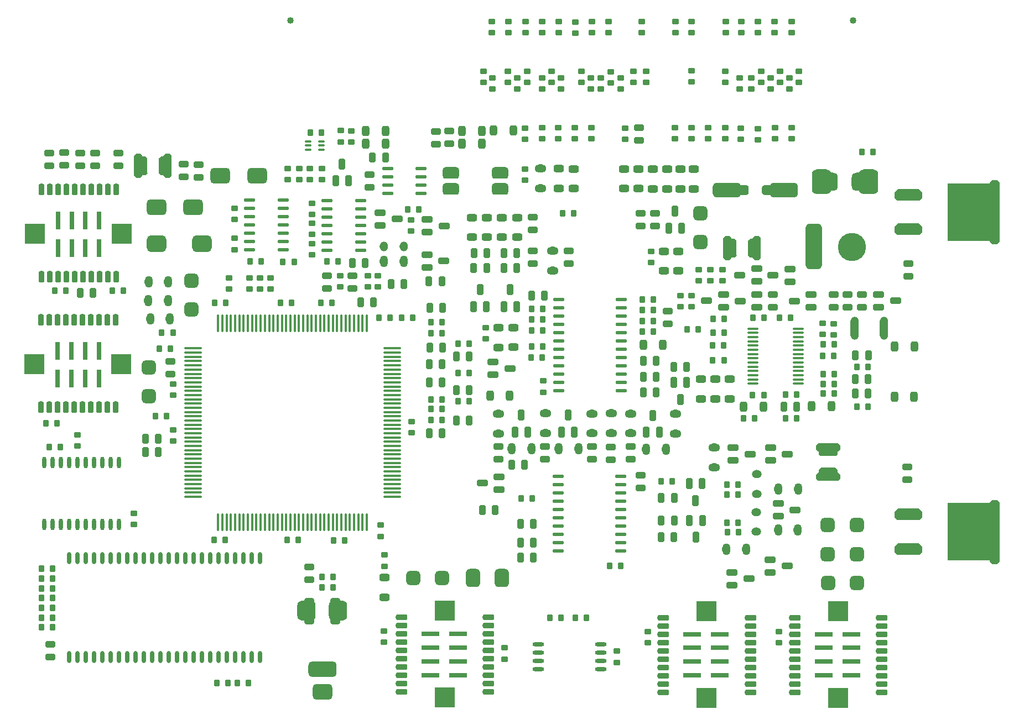
<source format=gtp>
%FSLAX25Y25*%
%MOIN*%
G70*
G01*
G75*
G04 Layer_Color=8421504*
%ADD10C,0.00800*%
%ADD11O,0.11000X0.01400*%
%ADD12O,0.01400X0.11000*%
%ADD13O,0.02500X0.07300*%
%ADD14O,0.02500X0.07000*%
%ADD15O,0.07000X0.02300*%
%ADD16O,0.04500X0.01200*%
%ADD17O,0.07000X0.02500*%
G04:AMPARAMS|DCode=18|XSize=70mil|YSize=100mil|CornerRadius=17.5mil|HoleSize=0mil|Usage=FLASHONLY|Rotation=90.000|XOffset=0mil|YOffset=0mil|HoleType=Round|Shape=RoundedRectangle|*
%AMROUNDEDRECTD18*
21,1,0.07000,0.06500,0,0,90.0*
21,1,0.03500,0.10000,0,0,90.0*
1,1,0.03500,0.03250,0.01750*
1,1,0.03500,0.03250,-0.01750*
1,1,0.03500,-0.03250,-0.01750*
1,1,0.03500,-0.03250,0.01750*
%
%ADD18ROUNDEDRECTD18*%
%ADD19O,0.07000X0.01400*%
%ADD20R,0.28000X0.35000*%
G04:AMPARAMS|DCode=21|XSize=70mil|YSize=165mil|CornerRadius=0mil|HoleSize=0mil|Usage=FLASHONLY|Rotation=90.000|XOffset=0mil|YOffset=0mil|HoleType=Round|Shape=Octagon|*
%AMOCTAGOND21*
4,1,8,-0.08250,-0.01750,-0.08250,0.01750,-0.06500,0.03500,0.06500,0.03500,0.08250,0.01750,0.08250,-0.01750,0.06500,-0.03500,-0.06500,-0.03500,-0.08250,-0.01750,0.0*
%
%ADD21OCTAGOND21*%

G04:AMPARAMS|DCode=22|XSize=60mil|YSize=385mil|CornerRadius=0mil|HoleSize=0mil|Usage=FLASHONLY|Rotation=180.000|XOffset=0mil|YOffset=0mil|HoleType=Round|Shape=Octagon|*
%AMOCTAGOND22*
4,1,8,0.01500,-0.19250,-0.01500,-0.19250,-0.03000,-0.17750,-0.03000,0.17750,-0.01500,0.19250,0.01500,0.19250,0.03000,0.17750,0.03000,-0.17750,0.01500,-0.19250,0.0*
%
%ADD22OCTAGOND22*%

G04:AMPARAMS|DCode=23|XSize=100mil|YSize=275mil|CornerRadius=25mil|HoleSize=0mil|Usage=FLASHONLY|Rotation=0.000|XOffset=0mil|YOffset=0mil|HoleType=Round|Shape=RoundedRectangle|*
%AMROUNDEDRECTD23*
21,1,0.10000,0.22500,0,0,0.0*
21,1,0.05000,0.27500,0,0,0.0*
1,1,0.05000,0.02500,-0.11250*
1,1,0.05000,-0.02500,-0.11250*
1,1,0.05000,-0.02500,0.11250*
1,1,0.05000,0.02500,0.11250*
%
%ADD23ROUNDEDRECTD23*%
%ADD24C,0.17000*%
G04:AMPARAMS|DCode=25|XSize=150mil|YSize=115mil|CornerRadius=28.75mil|HoleSize=0mil|Usage=FLASHONLY|Rotation=270.000|XOffset=0mil|YOffset=0mil|HoleType=Round|Shape=RoundedRectangle|*
%AMROUNDEDRECTD25*
21,1,0.15000,0.05750,0,0,270.0*
21,1,0.09250,0.11500,0,0,270.0*
1,1,0.05750,-0.02875,-0.04625*
1,1,0.05750,-0.02875,0.04625*
1,1,0.05750,0.02875,0.04625*
1,1,0.05750,0.02875,-0.04625*
%
%ADD25ROUNDEDRECTD25*%
G04:AMPARAMS|DCode=26|XSize=150mil|YSize=110mil|CornerRadius=27.5mil|HoleSize=0mil|Usage=FLASHONLY|Rotation=0.000|XOffset=0mil|YOffset=0mil|HoleType=Round|Shape=RoundedRectangle|*
%AMROUNDEDRECTD26*
21,1,0.15000,0.05500,0,0,0.0*
21,1,0.09500,0.11000,0,0,0.0*
1,1,0.05500,0.04750,-0.02750*
1,1,0.05500,-0.04750,-0.02750*
1,1,0.05500,-0.04750,0.02750*
1,1,0.05500,0.04750,0.02750*
%
%ADD26ROUNDEDRECTD26*%
G04:AMPARAMS|DCode=27|XSize=170mil|YSize=88mil|CornerRadius=22mil|HoleSize=0mil|Usage=FLASHONLY|Rotation=180.000|XOffset=0mil|YOffset=0mil|HoleType=Round|Shape=RoundedRectangle|*
%AMROUNDEDRECTD27*
21,1,0.17000,0.04400,0,0,180.0*
21,1,0.12600,0.08800,0,0,180.0*
1,1,0.04400,-0.06300,0.02200*
1,1,0.04400,0.06300,0.02200*
1,1,0.04400,0.06300,-0.02200*
1,1,0.04400,-0.06300,-0.02200*
%
%ADD27ROUNDEDRECTD27*%
G04:AMPARAMS|DCode=28|XSize=60mil|YSize=90mil|CornerRadius=15mil|HoleSize=0mil|Usage=FLASHONLY|Rotation=270.000|XOffset=0mil|YOffset=0mil|HoleType=Round|Shape=RoundedRectangle|*
%AMROUNDEDRECTD28*
21,1,0.06000,0.06000,0,0,270.0*
21,1,0.03000,0.09000,0,0,270.0*
1,1,0.03000,-0.03000,-0.01500*
1,1,0.03000,-0.03000,0.01500*
1,1,0.03000,0.03000,0.01500*
1,1,0.03000,0.03000,-0.01500*
%
%ADD28ROUNDEDRECTD28*%
G04:AMPARAMS|DCode=29|XSize=40mil|YSize=65mil|CornerRadius=10mil|HoleSize=0mil|Usage=FLASHONLY|Rotation=90.000|XOffset=0mil|YOffset=0mil|HoleType=Round|Shape=RoundedRectangle|*
%AMROUNDEDRECTD29*
21,1,0.04000,0.04500,0,0,90.0*
21,1,0.02000,0.06500,0,0,90.0*
1,1,0.02000,0.02250,0.01000*
1,1,0.02000,0.02250,-0.01000*
1,1,0.02000,-0.02250,-0.01000*
1,1,0.02000,-0.02250,0.01000*
%
%ADD29ROUNDEDRECTD29*%
G04:AMPARAMS|DCode=30|XSize=85mil|YSize=85mil|CornerRadius=21.25mil|HoleSize=0mil|Usage=FLASHONLY|Rotation=0.000|XOffset=0mil|YOffset=0mil|HoleType=Round|Shape=RoundedRectangle|*
%AMROUNDEDRECTD30*
21,1,0.08500,0.04250,0,0,0.0*
21,1,0.04250,0.08500,0,0,0.0*
1,1,0.04250,0.02125,-0.02125*
1,1,0.04250,-0.02125,-0.02125*
1,1,0.04250,-0.02125,0.02125*
1,1,0.04250,0.02125,0.02125*
%
%ADD30ROUNDEDRECTD30*%
G04:AMPARAMS|DCode=31|XSize=145mil|YSize=50mil|CornerRadius=0mil|HoleSize=0mil|Usage=FLASHONLY|Rotation=180.000|XOffset=0mil|YOffset=0mil|HoleType=Round|Shape=Octagon|*
%AMOCTAGOND31*
4,1,8,-0.07250,0.01250,-0.07250,-0.01250,-0.06000,-0.02500,0.06000,-0.02500,0.07250,-0.01250,0.07250,0.01250,0.06000,0.02500,-0.06000,0.02500,-0.07250,0.01250,0.0*
%
%ADD31OCTAGOND31*%

G04:AMPARAMS|DCode=32|XSize=115mil|YSize=50mil|CornerRadius=0mil|HoleSize=0mil|Usage=FLASHONLY|Rotation=180.000|XOffset=0mil|YOffset=0mil|HoleType=Round|Shape=Octagon|*
%AMOCTAGOND32*
4,1,8,-0.05750,0.01250,-0.05750,-0.01250,-0.04500,-0.02500,0.04500,-0.02500,0.05750,-0.01250,0.05750,0.01250,0.04500,0.02500,-0.04500,0.02500,-0.05750,0.01250,0.0*
%
%ADD32OCTAGOND32*%

%ADD33O,0.06000X0.05000*%
%ADD34O,0.05000X0.07000*%
%ADD35O,0.07000X0.05000*%
G04:AMPARAMS|DCode=36|XSize=145mil|YSize=50mil|CornerRadius=0mil|HoleSize=0mil|Usage=FLASHONLY|Rotation=270.000|XOffset=0mil|YOffset=0mil|HoleType=Round|Shape=Octagon|*
%AMOCTAGOND36*
4,1,8,-0.01250,-0.07250,0.01250,-0.07250,0.02500,-0.06000,0.02500,0.06000,0.01250,0.07250,-0.01250,0.07250,-0.02500,0.06000,-0.02500,-0.06000,-0.01250,-0.07250,0.0*
%
%ADD36OCTAGOND36*%

G04:AMPARAMS|DCode=37|XSize=115mil|YSize=50mil|CornerRadius=0mil|HoleSize=0mil|Usage=FLASHONLY|Rotation=270.000|XOffset=0mil|YOffset=0mil|HoleType=Round|Shape=Octagon|*
%AMOCTAGOND37*
4,1,8,-0.01250,-0.05750,0.01250,-0.05750,0.02500,-0.04500,0.02500,0.04500,0.01250,0.05750,-0.01250,0.05750,-0.02500,0.04500,-0.02500,-0.04500,-0.01250,-0.05750,0.0*
%
%ADD37OCTAGOND37*%

%ADD38O,0.05000X0.14000*%
G04:AMPARAMS|DCode=39|XSize=110mil|YSize=85mil|CornerRadius=21.25mil|HoleSize=0mil|Usage=FLASHONLY|Rotation=90.000|XOffset=0mil|YOffset=0mil|HoleType=Round|Shape=RoundedRectangle|*
%AMROUNDEDRECTD39*
21,1,0.11000,0.04250,0,0,90.0*
21,1,0.06750,0.08500,0,0,90.0*
1,1,0.04250,0.02125,0.03375*
1,1,0.04250,0.02125,-0.03375*
1,1,0.04250,-0.02125,-0.03375*
1,1,0.04250,-0.02125,0.03375*
%
%ADD39ROUNDEDRECTD39*%
G04:AMPARAMS|DCode=40|XSize=120mil|YSize=110mil|CornerRadius=27.5mil|HoleSize=0mil|Usage=FLASHONLY|Rotation=90.000|XOffset=0mil|YOffset=0mil|HoleType=Round|Shape=RoundedRectangle|*
%AMROUNDEDRECTD40*
21,1,0.12000,0.05500,0,0,90.0*
21,1,0.06500,0.11000,0,0,90.0*
1,1,0.05500,0.02750,0.03250*
1,1,0.05500,0.02750,-0.03250*
1,1,0.05500,-0.02750,-0.03250*
1,1,0.05500,-0.02750,0.03250*
%
%ADD40ROUNDEDRECTD40*%
G04:AMPARAMS|DCode=41|XSize=60mil|YSize=160mil|CornerRadius=15mil|HoleSize=0mil|Usage=FLASHONLY|Rotation=180.000|XOffset=0mil|YOffset=0mil|HoleType=Round|Shape=RoundedRectangle|*
%AMROUNDEDRECTD41*
21,1,0.06000,0.13000,0,0,180.0*
21,1,0.03000,0.16000,0,0,180.0*
1,1,0.03000,-0.01500,0.06500*
1,1,0.03000,0.01500,0.06500*
1,1,0.03000,0.01500,-0.06500*
1,1,0.03000,-0.01500,-0.06500*
%
%ADD41ROUNDEDRECTD41*%
G04:AMPARAMS|DCode=42|XSize=95mil|YSize=170mil|CornerRadius=23.75mil|HoleSize=0mil|Usage=FLASHONLY|Rotation=270.000|XOffset=0mil|YOffset=0mil|HoleType=Round|Shape=RoundedRectangle|*
%AMROUNDEDRECTD42*
21,1,0.09500,0.12250,0,0,270.0*
21,1,0.04750,0.17000,0,0,270.0*
1,1,0.04750,-0.06125,-0.02375*
1,1,0.04750,-0.06125,0.02375*
1,1,0.04750,0.06125,0.02375*
1,1,0.04750,0.06125,-0.02375*
%
%ADD42ROUNDEDRECTD42*%
G04:AMPARAMS|DCode=43|XSize=95mil|YSize=120mil|CornerRadius=23.75mil|HoleSize=0mil|Usage=FLASHONLY|Rotation=270.000|XOffset=0mil|YOffset=0mil|HoleType=Round|Shape=RoundedRectangle|*
%AMROUNDEDRECTD43*
21,1,0.09500,0.07250,0,0,270.0*
21,1,0.04750,0.12000,0,0,270.0*
1,1,0.04750,-0.03625,-0.02375*
1,1,0.04750,-0.03625,0.02375*
1,1,0.04750,0.03625,0.02375*
1,1,0.04750,0.03625,-0.02375*
%
%ADD43ROUNDEDRECTD43*%
G04:AMPARAMS|DCode=44|XSize=118mil|YSize=100mil|CornerRadius=25mil|HoleSize=0mil|Usage=FLASHONLY|Rotation=0.000|XOffset=0mil|YOffset=0mil|HoleType=Round|Shape=RoundedRectangle|*
%AMROUNDEDRECTD44*
21,1,0.11800,0.05000,0,0,0.0*
21,1,0.06800,0.10000,0,0,0.0*
1,1,0.05000,0.03400,-0.02500*
1,1,0.05000,-0.03400,-0.02500*
1,1,0.05000,-0.03400,0.02500*
1,1,0.05000,0.03400,0.02500*
%
%ADD44ROUNDEDRECTD44*%
G04:AMPARAMS|DCode=45|XSize=85mil|YSize=85mil|CornerRadius=21.25mil|HoleSize=0mil|Usage=FLASHONLY|Rotation=270.000|XOffset=0mil|YOffset=0mil|HoleType=Round|Shape=RoundedRectangle|*
%AMROUNDEDRECTD45*
21,1,0.08500,0.04250,0,0,270.0*
21,1,0.04250,0.08500,0,0,270.0*
1,1,0.04250,-0.02125,-0.02125*
1,1,0.04250,-0.02125,0.02125*
1,1,0.04250,0.02125,0.02125*
1,1,0.04250,0.02125,-0.02125*
%
%ADD45ROUNDEDRECTD45*%
G04:AMPARAMS|DCode=46|XSize=45mil|YSize=60mil|CornerRadius=11.25mil|HoleSize=0mil|Usage=FLASHONLY|Rotation=90.000|XOffset=0mil|YOffset=0mil|HoleType=Round|Shape=RoundedRectangle|*
%AMROUNDEDRECTD46*
21,1,0.04500,0.03750,0,0,90.0*
21,1,0.02250,0.06000,0,0,90.0*
1,1,0.02250,0.01875,0.01125*
1,1,0.02250,0.01875,-0.01125*
1,1,0.02250,-0.01875,-0.01125*
1,1,0.02250,-0.01875,0.01125*
%
%ADD46ROUNDEDRECTD46*%
G04:AMPARAMS|DCode=47|XSize=40mil|YSize=60mil|CornerRadius=10mil|HoleSize=0mil|Usage=FLASHONLY|Rotation=90.000|XOffset=0mil|YOffset=0mil|HoleType=Round|Shape=RoundedRectangle|*
%AMROUNDEDRECTD47*
21,1,0.04000,0.04000,0,0,90.0*
21,1,0.02000,0.06000,0,0,90.0*
1,1,0.02000,0.02000,0.01000*
1,1,0.02000,0.02000,-0.01000*
1,1,0.02000,-0.02000,-0.01000*
1,1,0.02000,-0.02000,0.01000*
%
%ADD47ROUNDEDRECTD47*%
G04:AMPARAMS|DCode=48|XSize=40mil|YSize=33mil|CornerRadius=8.25mil|HoleSize=0mil|Usage=FLASHONLY|Rotation=180.000|XOffset=0mil|YOffset=0mil|HoleType=Round|Shape=RoundedRectangle|*
%AMROUNDEDRECTD48*
21,1,0.04000,0.01650,0,0,180.0*
21,1,0.02350,0.03300,0,0,180.0*
1,1,0.01650,-0.01175,0.00825*
1,1,0.01650,0.01175,0.00825*
1,1,0.01650,0.01175,-0.00825*
1,1,0.01650,-0.01175,-0.00825*
%
%ADD48ROUNDEDRECTD48*%
G04:AMPARAMS|DCode=49|XSize=40mil|YSize=33mil|CornerRadius=8.25mil|HoleSize=0mil|Usage=FLASHONLY|Rotation=270.000|XOffset=0mil|YOffset=0mil|HoleType=Round|Shape=RoundedRectangle|*
%AMROUNDEDRECTD49*
21,1,0.04000,0.01650,0,0,270.0*
21,1,0.02350,0.03300,0,0,270.0*
1,1,0.01650,-0.00825,-0.01175*
1,1,0.01650,-0.00825,0.01175*
1,1,0.01650,0.00825,0.01175*
1,1,0.01650,0.00825,-0.01175*
%
%ADD49ROUNDEDRECTD49*%
G04:AMPARAMS|DCode=50|XSize=40mil|YSize=60mil|CornerRadius=10mil|HoleSize=0mil|Usage=FLASHONLY|Rotation=180.000|XOffset=0mil|YOffset=0mil|HoleType=Round|Shape=RoundedRectangle|*
%AMROUNDEDRECTD50*
21,1,0.04000,0.04000,0,0,180.0*
21,1,0.02000,0.06000,0,0,180.0*
1,1,0.02000,-0.01000,0.02000*
1,1,0.02000,0.01000,0.02000*
1,1,0.02000,0.01000,-0.02000*
1,1,0.02000,-0.01000,-0.02000*
%
%ADD50ROUNDEDRECTD50*%
%ADD51O,0.05000X0.06000*%
G04:AMPARAMS|DCode=52|XSize=40mil|YSize=65mil|CornerRadius=10mil|HoleSize=0mil|Usage=FLASHONLY|Rotation=180.000|XOffset=0mil|YOffset=0mil|HoleType=Round|Shape=RoundedRectangle|*
%AMROUNDEDRECTD52*
21,1,0.04000,0.04500,0,0,180.0*
21,1,0.02000,0.06500,0,0,180.0*
1,1,0.02000,-0.01000,0.02250*
1,1,0.02000,0.01000,0.02250*
1,1,0.02000,0.01000,-0.02250*
1,1,0.02000,-0.01000,-0.02250*
%
%ADD52ROUNDEDRECTD52*%
G04:AMPARAMS|DCode=53|XSize=32mil|YSize=70mil|CornerRadius=8mil|HoleSize=0mil|Usage=FLASHONLY|Rotation=180.000|XOffset=0mil|YOffset=0mil|HoleType=Round|Shape=RoundedRectangle|*
%AMROUNDEDRECTD53*
21,1,0.03200,0.05400,0,0,180.0*
21,1,0.01600,0.07000,0,0,180.0*
1,1,0.01600,-0.00800,0.02700*
1,1,0.01600,0.00800,0.02700*
1,1,0.01600,0.00800,-0.02700*
1,1,0.01600,-0.00800,-0.02700*
%
%ADD53ROUNDEDRECTD53*%
%ADD54R,0.12000X0.12000*%
%ADD55R,0.02500X0.11000*%
G04:AMPARAMS|DCode=56|XSize=32mil|YSize=70mil|CornerRadius=8mil|HoleSize=0mil|Usage=FLASHONLY|Rotation=90.000|XOffset=0mil|YOffset=0mil|HoleType=Round|Shape=RoundedRectangle|*
%AMROUNDEDRECTD56*
21,1,0.03200,0.05400,0,0,90.0*
21,1,0.01600,0.07000,0,0,90.0*
1,1,0.01600,0.02700,0.00800*
1,1,0.01600,0.02700,-0.00800*
1,1,0.01600,-0.02700,-0.00800*
1,1,0.01600,-0.02700,0.00800*
%
%ADD56ROUNDEDRECTD56*%
%ADD57R,0.12000X0.12000*%
%ADD58R,0.11000X0.02500*%
G04:AMPARAMS|DCode=59|XSize=45mil|YSize=60mil|CornerRadius=11.25mil|HoleSize=0mil|Usage=FLASHONLY|Rotation=180.000|XOffset=0mil|YOffset=0mil|HoleType=Round|Shape=RoundedRectangle|*
%AMROUNDEDRECTD59*
21,1,0.04500,0.03750,0,0,180.0*
21,1,0.02250,0.06000,0,0,180.0*
1,1,0.02250,-0.01125,0.01875*
1,1,0.02250,0.01125,0.01875*
1,1,0.02250,0.01125,-0.01875*
1,1,0.02250,-0.01125,-0.01875*
%
%ADD59ROUNDEDRECTD59*%
%ADD60C,0.04000*%
%ADD61C,0.00600*%
%ADD62C,0.01500*%
%ADD63C,0.01000*%
%ADD64C,0.03000*%
%ADD65C,0.03500*%
%ADD66C,0.01200*%
%ADD67C,0.01800*%
%ADD68C,0.02500*%
%ADD69C,0.02000*%
%ADD70C,0.04000*%
%ADD71R,0.10117X0.01478*%
%ADD72R,0.02833X0.14583*%
%ADD73R,0.08417X0.01750*%
%ADD74R,0.02958X0.12250*%
%ADD75R,0.06616X0.02983*%
%ADD76R,0.12250X0.02917*%
%ADD77R,0.20333X0.02917*%
%ADD78R,0.03000X0.18083*%
%ADD79R,0.12692X0.03483*%
%ADD80R,0.26983X0.29695*%
%ADD81R,0.19583X0.23917*%
%ADD82R,0.30500X0.29417*%
%ADD83R,0.23150X0.21600*%
%ADD84R,0.07259X0.15505*%
%ADD85R,0.15158X0.14500*%
%ADD86R,0.38667X0.24333*%
%ADD87R,0.72667X0.30671*%
%ADD88R,0.63500X0.25167*%
%ADD89R,0.24500X0.51667*%
%ADD90R,0.16167X0.11667*%
%ADD91R,0.66167X0.20500*%
%ADD92R,0.15833X4.09667*%
%ADD93R,0.18167X0.69000*%
%ADD94R,0.31833X0.11667*%
%ADD95R,5.41000X0.15167*%
%ADD96R,0.16667X0.18667*%
%ADD97R,0.17442X4.02738*%
%ADD98R,0.65000X0.04667*%
%ADD99R,5.49167X0.05667*%
%ADD100R,0.34500X0.15333*%
%ADD101R,0.13667X0.86667*%
%ADD102R,0.37667X0.14333*%
%ADD103R,0.33250X0.02167*%
%ADD104R,0.05333X0.28500*%
%ADD105R,0.12500X0.10000*%
%ADD106R,0.11100X0.12000*%
%ADD107R,0.25667X0.57667*%
%ADD108R,0.06333X0.57000*%
%ADD109R,0.03667X0.31500*%
%ADD110R,0.26500X0.52167*%
%ADD111R,0.08833X0.19667*%
%ADD112R,0.48917X0.25000*%
%ADD113R,0.12250X0.05667*%
%ADD114R,0.07083X0.03333*%
%ADD115R,0.02667X0.13405*%
%ADD116C,0.06000*%
%ADD117C,0.09500*%
%ADD118C,0.09500*%
%ADD119C,0.08000*%
%ADD120R,0.03354X0.02125*%
%ADD121R,0.03208X0.02813*%
%ADD122C,0.06500*%
%ADD123R,0.40583X0.25417*%
%ADD124R,0.16914X0.04080*%
D11*
X133249Y158796D02*
D03*
Y161355D02*
D03*
Y163914D02*
D03*
Y166473D02*
D03*
Y169033D02*
D03*
Y171592D02*
D03*
Y174151D02*
D03*
Y176710D02*
D03*
Y179269D02*
D03*
Y181828D02*
D03*
Y184387D02*
D03*
Y186946D02*
D03*
Y189505D02*
D03*
Y192064D02*
D03*
Y194623D02*
D03*
Y197182D02*
D03*
Y199741D02*
D03*
Y202300D02*
D03*
Y204859D02*
D03*
Y207418D02*
D03*
Y209977D02*
D03*
Y212536D02*
D03*
Y215095D02*
D03*
Y217654D02*
D03*
Y220214D02*
D03*
Y222773D02*
D03*
Y225332D02*
D03*
Y227891D02*
D03*
Y230450D02*
D03*
Y233009D02*
D03*
Y235568D02*
D03*
Y238127D02*
D03*
Y240686D02*
D03*
Y243245D02*
D03*
Y245804D02*
D03*
Y248363D02*
D03*
X253249Y158796D02*
D03*
Y161355D02*
D03*
Y163914D02*
D03*
Y166473D02*
D03*
Y169033D02*
D03*
Y171592D02*
D03*
Y174151D02*
D03*
Y176710D02*
D03*
Y179269D02*
D03*
Y181828D02*
D03*
Y184387D02*
D03*
Y186946D02*
D03*
Y189505D02*
D03*
Y192064D02*
D03*
Y194623D02*
D03*
Y197182D02*
D03*
Y199741D02*
D03*
Y202300D02*
D03*
Y204859D02*
D03*
Y207418D02*
D03*
Y209977D02*
D03*
Y212536D02*
D03*
Y215095D02*
D03*
Y217654D02*
D03*
Y220214D02*
D03*
Y222773D02*
D03*
Y225332D02*
D03*
Y227891D02*
D03*
Y230450D02*
D03*
Y233009D02*
D03*
Y235568D02*
D03*
Y238127D02*
D03*
Y240686D02*
D03*
Y243245D02*
D03*
Y245804D02*
D03*
Y248363D02*
D03*
D12*
X238033Y263530D02*
D03*
X235474D02*
D03*
X232915D02*
D03*
X230356D02*
D03*
X227797D02*
D03*
X225238D02*
D03*
X222678D02*
D03*
X220120D02*
D03*
X217560D02*
D03*
X215001D02*
D03*
X212442D02*
D03*
X209883D02*
D03*
X207324D02*
D03*
X204765D02*
D03*
X202206D02*
D03*
X199647D02*
D03*
X197088D02*
D03*
X194529D02*
D03*
X191970D02*
D03*
X189411D02*
D03*
X186852D02*
D03*
X184293D02*
D03*
X181734D02*
D03*
X179175D02*
D03*
X176616D02*
D03*
X174057D02*
D03*
X171497D02*
D03*
X168939D02*
D03*
X166379D02*
D03*
X163820D02*
D03*
X161261D02*
D03*
X158702D02*
D03*
X156143D02*
D03*
X153584D02*
D03*
X151025D02*
D03*
X148466D02*
D03*
X238033Y143630D02*
D03*
X235474D02*
D03*
X232915D02*
D03*
X230356D02*
D03*
X227797D02*
D03*
X225238D02*
D03*
X222678D02*
D03*
X220120D02*
D03*
X217560D02*
D03*
X215001D02*
D03*
X212442D02*
D03*
X209883D02*
D03*
X207324D02*
D03*
X204765D02*
D03*
X202206D02*
D03*
X199647D02*
D03*
X197088D02*
D03*
X194529D02*
D03*
X191970D02*
D03*
X189411D02*
D03*
X186852D02*
D03*
X184293D02*
D03*
X181734D02*
D03*
X179175D02*
D03*
X176616D02*
D03*
X174057D02*
D03*
X171497D02*
D03*
X168939D02*
D03*
X166379D02*
D03*
X163820D02*
D03*
X161261D02*
D03*
X158702D02*
D03*
X156143D02*
D03*
X153584D02*
D03*
X151025D02*
D03*
X148466D02*
D03*
D13*
X58700Y122000D02*
D03*
X63700D02*
D03*
X68700D02*
D03*
X73700D02*
D03*
X78700D02*
D03*
X83700D02*
D03*
X88700D02*
D03*
X93700D02*
D03*
X98700D02*
D03*
X103700D02*
D03*
X108700D02*
D03*
X113700D02*
D03*
X118700D02*
D03*
X123700D02*
D03*
X128700D02*
D03*
X133700D02*
D03*
X138700D02*
D03*
X143700D02*
D03*
X148700D02*
D03*
X153700D02*
D03*
X158700D02*
D03*
X163700D02*
D03*
X168700D02*
D03*
X173700D02*
D03*
X58700Y62300D02*
D03*
X63700D02*
D03*
X68700D02*
D03*
X73700D02*
D03*
X78700D02*
D03*
X83700D02*
D03*
X88700D02*
D03*
X93700D02*
D03*
X98700D02*
D03*
X103700D02*
D03*
X108700D02*
D03*
X113700D02*
D03*
X118700D02*
D03*
X123700D02*
D03*
X128700D02*
D03*
X133700D02*
D03*
X138700D02*
D03*
X143700D02*
D03*
X148700D02*
D03*
X153700D02*
D03*
X158700D02*
D03*
X163700D02*
D03*
X168700D02*
D03*
X173700D02*
D03*
D14*
X43600Y179500D02*
D03*
X48600D02*
D03*
X53600D02*
D03*
X58600D02*
D03*
X63600D02*
D03*
X68600D02*
D03*
X73600D02*
D03*
X78600D02*
D03*
X83600D02*
D03*
X88600D02*
D03*
X43600Y142200D02*
D03*
X48600D02*
D03*
X53600D02*
D03*
X58600D02*
D03*
X63600D02*
D03*
X68600D02*
D03*
X73600D02*
D03*
X78600D02*
D03*
X83600D02*
D03*
X88600D02*
D03*
D15*
X250600Y341900D02*
D03*
Y346900D02*
D03*
Y351900D02*
D03*
Y356900D02*
D03*
X270600Y341900D02*
D03*
Y346900D02*
D03*
Y351900D02*
D03*
Y356900D02*
D03*
X234300Y307600D02*
D03*
Y312600D02*
D03*
Y317600D02*
D03*
Y322600D02*
D03*
Y327600D02*
D03*
Y332600D02*
D03*
Y337600D02*
D03*
X214100D02*
D03*
Y332600D02*
D03*
Y327600D02*
D03*
Y322600D02*
D03*
Y317600D02*
D03*
Y312600D02*
D03*
Y307600D02*
D03*
X167500Y307800D02*
D03*
Y312800D02*
D03*
Y317800D02*
D03*
Y322800D02*
D03*
Y327800D02*
D03*
Y332800D02*
D03*
Y337800D02*
D03*
X187700D02*
D03*
Y332800D02*
D03*
Y327800D02*
D03*
Y322800D02*
D03*
Y317800D02*
D03*
Y312800D02*
D03*
Y307800D02*
D03*
X390900Y171300D02*
D03*
Y166300D02*
D03*
Y161300D02*
D03*
Y156300D02*
D03*
Y151300D02*
D03*
Y146300D02*
D03*
Y141300D02*
D03*
Y136300D02*
D03*
Y131300D02*
D03*
Y126300D02*
D03*
X353400D02*
D03*
Y131300D02*
D03*
Y136300D02*
D03*
Y141300D02*
D03*
Y146300D02*
D03*
Y151300D02*
D03*
Y156300D02*
D03*
Y161300D02*
D03*
Y166300D02*
D03*
Y171300D02*
D03*
X353700Y267800D02*
D03*
Y262800D02*
D03*
Y257800D02*
D03*
Y252800D02*
D03*
Y247800D02*
D03*
Y242800D02*
D03*
Y237800D02*
D03*
Y232800D02*
D03*
Y227800D02*
D03*
Y222800D02*
D03*
X391200D02*
D03*
Y227800D02*
D03*
Y232800D02*
D03*
Y237800D02*
D03*
Y242800D02*
D03*
Y247800D02*
D03*
Y252800D02*
D03*
Y257800D02*
D03*
Y262800D02*
D03*
Y267800D02*
D03*
Y277800D02*
D03*
Y272800D02*
D03*
X353700Y277800D02*
D03*
Y272800D02*
D03*
D16*
X202700Y373300D02*
D03*
Y370750D02*
D03*
Y368200D02*
D03*
X210700D02*
D03*
Y370750D02*
D03*
Y373300D02*
D03*
D17*
X379000Y54800D02*
D03*
Y59833D02*
D03*
Y64867D02*
D03*
Y69900D02*
D03*
X341500D02*
D03*
Y64867D02*
D03*
Y59833D02*
D03*
Y54800D02*
D03*
D18*
X288800Y354300D02*
D03*
Y344400D02*
D03*
X318300D02*
D03*
Y354300D02*
D03*
D19*
X470700Y227032D02*
D03*
Y229591D02*
D03*
Y232151D02*
D03*
Y234710D02*
D03*
Y237269D02*
D03*
Y239828D02*
D03*
Y242387D02*
D03*
Y244946D02*
D03*
Y247505D02*
D03*
Y250064D02*
D03*
Y252623D02*
D03*
Y255182D02*
D03*
Y257741D02*
D03*
Y260300D02*
D03*
X498100Y227032D02*
D03*
Y229591D02*
D03*
Y232151D02*
D03*
Y234710D02*
D03*
Y237269D02*
D03*
Y239828D02*
D03*
Y242387D02*
D03*
Y244946D02*
D03*
Y247505D02*
D03*
Y250064D02*
D03*
Y252623D02*
D03*
Y255182D02*
D03*
Y257741D02*
D03*
Y260300D02*
D03*
D20*
X601900Y330600D02*
D03*
Y137700D02*
D03*
D21*
X564200Y320200D02*
D03*
Y341000D02*
D03*
Y148100D02*
D03*
Y127300D02*
D03*
D22*
X616400Y330500D02*
D03*
Y137600D02*
D03*
D23*
X507300Y309700D02*
D03*
D24*
X530300Y309600D02*
D03*
D25*
X512100Y348900D02*
D03*
X540200Y348800D02*
D03*
D26*
X514500D02*
D03*
X537800Y348900D02*
D03*
D27*
X489300Y343900D02*
D03*
X455100D02*
D03*
D28*
X480700D02*
D03*
X463700D02*
D03*
D29*
X458000Y113200D02*
D03*
Y105500D02*
D03*
X468200Y109350D02*
D03*
X469000Y184550D02*
D03*
X458800Y180700D02*
D03*
Y188400D02*
D03*
X274300Y304900D02*
D03*
Y297200D02*
D03*
X284500Y301050D02*
D03*
X485900Y154800D02*
D03*
Y147100D02*
D03*
X496100Y150950D02*
D03*
X481300Y188400D02*
D03*
Y180700D02*
D03*
X491500Y184550D02*
D03*
X505800Y273100D02*
D03*
Y280800D02*
D03*
X495600Y276950D02*
D03*
X274500Y326100D02*
D03*
Y318400D02*
D03*
X284700Y322250D02*
D03*
X246100Y330200D02*
D03*
Y322500D02*
D03*
X256300Y326350D02*
D03*
X453000Y273200D02*
D03*
Y280900D02*
D03*
X442800Y277050D02*
D03*
X473100Y273100D02*
D03*
Y280800D02*
D03*
X462900Y276950D02*
D03*
X546500Y280900D02*
D03*
Y273200D02*
D03*
X556700Y277050D02*
D03*
X481100Y120900D02*
D03*
Y113200D02*
D03*
X491300Y117050D02*
D03*
X317800Y163200D02*
D03*
Y170900D02*
D03*
X307600Y167050D02*
D03*
X493000Y288600D02*
D03*
Y296300D02*
D03*
X482800Y292450D02*
D03*
X473000Y288700D02*
D03*
Y296400D02*
D03*
X462800Y292550D02*
D03*
X314000Y240100D02*
D03*
Y232400D02*
D03*
X324200Y236250D02*
D03*
D30*
X533500Y106900D02*
D03*
X516000D02*
D03*
X515800Y124200D02*
D03*
X533300D02*
D03*
Y141800D02*
D03*
X515800D02*
D03*
X283400Y109800D02*
D03*
X265900D02*
D03*
D31*
X516000Y188500D02*
D03*
Y170900D02*
D03*
D32*
Y185700D02*
D03*
Y173700D02*
D03*
D33*
X472900Y160600D02*
D03*
Y172500D02*
D03*
X472600Y137700D02*
D03*
Y149600D02*
D03*
D34*
X498000Y163500D02*
D03*
X486100D02*
D03*
X485900Y138800D02*
D03*
X497800D02*
D03*
X466700Y127100D02*
D03*
X454800D02*
D03*
X248400Y300800D02*
D03*
X260300D02*
D03*
X106600Y288500D02*
D03*
X118500D02*
D03*
X106500Y277100D02*
D03*
X118400D02*
D03*
X107600Y266100D02*
D03*
X119500D02*
D03*
X337200Y187800D02*
D03*
X325300D02*
D03*
X365600D02*
D03*
X353700D02*
D03*
X406400Y187600D02*
D03*
X418300D02*
D03*
D35*
X447300Y176600D02*
D03*
Y188500D02*
D03*
X349900Y295300D02*
D03*
Y307200D02*
D03*
X317499Y196938D02*
D03*
Y208838D02*
D03*
X345700Y209200D02*
D03*
Y197300D02*
D03*
X373800Y209000D02*
D03*
Y197100D02*
D03*
X385200Y209100D02*
D03*
Y197200D02*
D03*
X397000Y209000D02*
D03*
Y197100D02*
D03*
X423900Y208900D02*
D03*
Y197000D02*
D03*
X342800Y344800D02*
D03*
Y356700D02*
D03*
D36*
X455500Y308800D02*
D03*
X473100D02*
D03*
X100400Y358600D02*
D03*
X118000D02*
D03*
D37*
X458300Y308800D02*
D03*
X470300D02*
D03*
X103200Y358600D02*
D03*
X115200D02*
D03*
D38*
X549600Y260600D02*
D03*
X532000D02*
D03*
D39*
X319300Y109800D02*
D03*
X301900D02*
D03*
D40*
X201600Y90100D02*
D03*
X220800D02*
D03*
D41*
X203300Y90000D02*
D03*
X219100D02*
D03*
D42*
X211200Y55000D02*
D03*
D43*
X211400Y41100D02*
D03*
X171900Y352600D02*
D03*
X149700D02*
D03*
X111300Y333500D02*
D03*
X133500D02*
D03*
D44*
X138600Y311500D02*
D03*
X111400D02*
D03*
D45*
X132300Y271700D02*
D03*
Y289200D02*
D03*
X106700Y237000D02*
D03*
Y219500D02*
D03*
X439000Y330000D02*
D03*
Y312500D02*
D03*
D46*
X434900Y356500D02*
D03*
Y344600D02*
D03*
X426900D02*
D03*
Y356500D02*
D03*
X419100D02*
D03*
Y344600D02*
D03*
X410400D02*
D03*
Y356500D02*
D03*
X401700Y356600D02*
D03*
Y344700D02*
D03*
X393000D02*
D03*
Y356600D02*
D03*
X362600D02*
D03*
Y344700D02*
D03*
X353700Y344800D02*
D03*
Y356700D02*
D03*
X425800Y295100D02*
D03*
Y307000D02*
D03*
X417100Y295100D02*
D03*
Y307000D02*
D03*
X317300Y260900D02*
D03*
Y249000D02*
D03*
X326500Y261000D02*
D03*
Y249100D02*
D03*
X328700Y327300D02*
D03*
Y315400D02*
D03*
X319500Y327300D02*
D03*
Y315400D02*
D03*
X310400Y327300D02*
D03*
Y315400D02*
D03*
X301300Y327300D02*
D03*
Y315400D02*
D03*
X456600Y218000D02*
D03*
Y229900D02*
D03*
X448000Y218000D02*
D03*
Y229900D02*
D03*
X439300Y217800D02*
D03*
Y229700D02*
D03*
X248600Y110200D02*
D03*
Y98300D02*
D03*
D47*
X136700Y351600D02*
D03*
Y359300D02*
D03*
X127800Y351700D02*
D03*
Y359400D02*
D03*
X88200Y358600D02*
D03*
Y366300D02*
D03*
X74500Y358500D02*
D03*
Y366200D02*
D03*
X65300Y358600D02*
D03*
Y366300D02*
D03*
X46700Y358600D02*
D03*
Y366300D02*
D03*
X55700Y358700D02*
D03*
Y366400D02*
D03*
X214000Y284600D02*
D03*
Y292300D02*
D03*
X229500Y284400D02*
D03*
Y292100D02*
D03*
X239600Y345500D02*
D03*
Y353200D02*
D03*
X279700Y379300D02*
D03*
Y371600D02*
D03*
X402100Y381400D02*
D03*
Y373700D02*
D03*
X47400Y62100D02*
D03*
Y69800D02*
D03*
X203200Y116500D02*
D03*
Y108800D02*
D03*
X563800Y169200D02*
D03*
Y176900D02*
D03*
X536300Y273100D02*
D03*
Y280800D02*
D03*
X519300Y273200D02*
D03*
Y280900D02*
D03*
X527700Y273200D02*
D03*
Y280900D02*
D03*
X564300Y291800D02*
D03*
Y299500D02*
D03*
X482700Y273200D02*
D03*
Y280900D02*
D03*
X403100Y322300D02*
D03*
Y330000D02*
D03*
X411700Y322100D02*
D03*
Y329800D02*
D03*
X359700Y299400D02*
D03*
Y307100D02*
D03*
X338000Y299500D02*
D03*
Y307200D02*
D03*
X337900Y319800D02*
D03*
Y327500D02*
D03*
X317500Y189100D02*
D03*
Y181400D02*
D03*
X345400Y181500D02*
D03*
Y189200D02*
D03*
X373600Y181500D02*
D03*
Y189200D02*
D03*
X385100Y181300D02*
D03*
Y189000D02*
D03*
X396900Y181500D02*
D03*
Y189200D02*
D03*
X403000Y164300D02*
D03*
Y172000D02*
D03*
X119700Y240500D02*
D03*
Y232800D02*
D03*
X419300Y270800D02*
D03*
Y263100D02*
D03*
X287600Y379500D02*
D03*
Y371800D02*
D03*
D48*
X211000Y357000D02*
D03*
Y350300D02*
D03*
X203800Y350200D02*
D03*
Y356900D02*
D03*
X197300D02*
D03*
Y350200D02*
D03*
X190500D02*
D03*
Y356900D02*
D03*
X222500Y379700D02*
D03*
Y373000D02*
D03*
X228800Y372900D02*
D03*
Y379600D02*
D03*
X155000Y284200D02*
D03*
Y290900D02*
D03*
X167500Y284200D02*
D03*
Y290900D02*
D03*
X173700Y284200D02*
D03*
Y290900D02*
D03*
X180100Y284200D02*
D03*
Y290900D02*
D03*
X221900Y285500D02*
D03*
Y292200D02*
D03*
X238800Y285400D02*
D03*
Y292100D02*
D03*
X244700Y285500D02*
D03*
Y292200D02*
D03*
X121400Y220300D02*
D03*
Y227000D02*
D03*
X121200Y199100D02*
D03*
Y192400D02*
D03*
X97700Y148900D02*
D03*
Y142200D02*
D03*
X246400Y135000D02*
D03*
Y141700D02*
D03*
X248600Y117000D02*
D03*
Y123700D02*
D03*
X264700Y326000D02*
D03*
Y319300D02*
D03*
X353300Y381500D02*
D03*
Y374800D02*
D03*
X333300Y381300D02*
D03*
Y374600D02*
D03*
X343600Y381400D02*
D03*
Y374700D02*
D03*
X363300Y381400D02*
D03*
Y374700D02*
D03*
X373200Y381500D02*
D03*
Y374800D02*
D03*
X393600Y381300D02*
D03*
Y374600D02*
D03*
X423800Y381500D02*
D03*
Y374800D02*
D03*
X433814Y381500D02*
D03*
Y374800D02*
D03*
X443829Y381500D02*
D03*
Y374800D02*
D03*
X453843Y381500D02*
D03*
Y374800D02*
D03*
X463500Y381200D02*
D03*
Y374500D02*
D03*
X473700Y380900D02*
D03*
Y374200D02*
D03*
X483886Y381500D02*
D03*
Y374800D02*
D03*
X493900Y381400D02*
D03*
Y374700D02*
D03*
X498500Y408800D02*
D03*
Y415500D02*
D03*
X492800Y404800D02*
D03*
Y411500D02*
D03*
X487100Y408700D02*
D03*
Y415400D02*
D03*
X481500Y404900D02*
D03*
Y411600D02*
D03*
X475600Y408700D02*
D03*
Y415400D02*
D03*
X469700Y404900D02*
D03*
Y411600D02*
D03*
X462700Y404900D02*
D03*
Y411600D02*
D03*
X453900Y408800D02*
D03*
Y415500D02*
D03*
X433700Y409100D02*
D03*
Y415800D02*
D03*
X406300Y408800D02*
D03*
Y415500D02*
D03*
X398700Y408700D02*
D03*
Y415400D02*
D03*
X391100Y404900D02*
D03*
Y411600D02*
D03*
X384900Y408600D02*
D03*
Y415300D02*
D03*
X378900Y404800D02*
D03*
Y411500D02*
D03*
X373100Y404900D02*
D03*
Y411600D02*
D03*
X367249Y408838D02*
D03*
Y415538D02*
D03*
X355100Y404900D02*
D03*
Y411600D02*
D03*
X349300Y408900D02*
D03*
Y415600D02*
D03*
X343600Y404800D02*
D03*
Y411500D02*
D03*
X334600Y408800D02*
D03*
Y415500D02*
D03*
X328800Y404800D02*
D03*
Y411500D02*
D03*
X323100Y408700D02*
D03*
Y415400D02*
D03*
X313800Y404900D02*
D03*
Y411600D02*
D03*
X308200Y408800D02*
D03*
Y415500D02*
D03*
X313300Y438700D02*
D03*
Y445400D02*
D03*
X323400Y438700D02*
D03*
Y445400D02*
D03*
X333700Y438700D02*
D03*
Y445400D02*
D03*
X343700Y438700D02*
D03*
Y445400D02*
D03*
X353800Y438700D02*
D03*
Y445400D02*
D03*
X363700Y438600D02*
D03*
Y445300D02*
D03*
X373700Y438700D02*
D03*
Y445400D02*
D03*
X383700Y438700D02*
D03*
Y445400D02*
D03*
X403700Y438700D02*
D03*
Y445400D02*
D03*
X423900Y438700D02*
D03*
Y445400D02*
D03*
X433700Y438700D02*
D03*
Y445400D02*
D03*
X454200Y438700D02*
D03*
Y445400D02*
D03*
X463800Y438700D02*
D03*
Y445400D02*
D03*
X473700Y438700D02*
D03*
Y445400D02*
D03*
X483800Y438700D02*
D03*
Y445400D02*
D03*
X493900Y438800D02*
D03*
Y445500D02*
D03*
X158500Y332900D02*
D03*
Y326200D02*
D03*
Y314700D02*
D03*
Y308000D02*
D03*
X205000Y336000D02*
D03*
Y329300D02*
D03*
X205100Y323800D02*
D03*
Y317100D02*
D03*
Y311600D02*
D03*
Y304900D02*
D03*
X63600Y189400D02*
D03*
Y196100D02*
D03*
X265000Y197500D02*
D03*
Y204200D02*
D03*
X309700Y261000D02*
D03*
Y254300D02*
D03*
X512800Y263400D02*
D03*
Y256700D02*
D03*
X519500Y263200D02*
D03*
Y256500D02*
D03*
X438100Y289200D02*
D03*
Y295900D02*
D03*
X445100Y289200D02*
D03*
Y295900D02*
D03*
X452300Y289200D02*
D03*
Y295900D02*
D03*
X433700Y273400D02*
D03*
Y280100D02*
D03*
X427000Y273400D02*
D03*
Y280100D02*
D03*
X409200Y306800D02*
D03*
Y300100D02*
D03*
X388700Y59000D02*
D03*
Y65700D02*
D03*
X407200Y70800D02*
D03*
Y77500D02*
D03*
X344500Y228700D02*
D03*
Y222000D02*
D03*
X333400Y349700D02*
D03*
Y356400D02*
D03*
X321000Y67700D02*
D03*
Y61000D02*
D03*
X248500Y77900D02*
D03*
Y71200D02*
D03*
X486200Y77600D02*
D03*
Y70900D02*
D03*
D49*
X203900Y378600D02*
D03*
X210600D02*
D03*
X186000Y275800D02*
D03*
X192700D02*
D03*
X210300Y275900D02*
D03*
X217000D02*
D03*
X214000Y300700D02*
D03*
X220700D02*
D03*
X146200Y276000D02*
D03*
X152900D02*
D03*
X114500Y258000D02*
D03*
X121200D02*
D03*
X112900Y248300D02*
D03*
X119600D02*
D03*
X117400Y207600D02*
D03*
X110700D02*
D03*
X145900Y132700D02*
D03*
X152600D02*
D03*
X190000D02*
D03*
X196700D02*
D03*
X218100Y132600D02*
D03*
X224800D02*
D03*
X217700Y104200D02*
D03*
X211000D02*
D03*
X217700Y110400D02*
D03*
X211000D02*
D03*
X154400Y46500D02*
D03*
X147700D02*
D03*
X166700D02*
D03*
X160000D02*
D03*
X48600Y115500D02*
D03*
X41900D02*
D03*
X48600Y109500D02*
D03*
X41900D02*
D03*
X48600Y103600D02*
D03*
X41900D02*
D03*
X48600Y97800D02*
D03*
X41900D02*
D03*
X48600Y91900D02*
D03*
X41900D02*
D03*
X48600Y86000D02*
D03*
X41900D02*
D03*
X48600Y80200D02*
D03*
X41900D02*
D03*
X269500Y332100D02*
D03*
X262800D02*
D03*
X536291Y366755D02*
D03*
X542991D02*
D03*
X187500Y300600D02*
D03*
X194200D02*
D03*
X167600Y300700D02*
D03*
X174300D02*
D03*
X50100Y283200D02*
D03*
X56800D02*
D03*
X84700Y283100D02*
D03*
X91400D02*
D03*
X46800Y189000D02*
D03*
X53500D02*
D03*
X51500Y203100D02*
D03*
X44800D02*
D03*
X283500Y205300D02*
D03*
X276800D02*
D03*
X283500Y211800D02*
D03*
X276800D02*
D03*
X283500Y217600D02*
D03*
X276800D02*
D03*
X299600Y216500D02*
D03*
X292900D02*
D03*
X299600Y233600D02*
D03*
X292900D02*
D03*
X299700Y251100D02*
D03*
X293000D02*
D03*
X276800Y264200D02*
D03*
X283500D02*
D03*
X276700Y257400D02*
D03*
X283400D02*
D03*
X245200Y266900D02*
D03*
X251900D02*
D03*
X259000Y267000D02*
D03*
X265700D02*
D03*
X337600Y157800D02*
D03*
X330900D02*
D03*
X391000Y117300D02*
D03*
X384300D02*
D03*
X422100Y168300D02*
D03*
X415400D02*
D03*
X461900Y137600D02*
D03*
X455200D02*
D03*
X461800Y143300D02*
D03*
X455100D02*
D03*
X461800Y160300D02*
D03*
X455100D02*
D03*
X461800Y166300D02*
D03*
X455100D02*
D03*
X497000Y206100D02*
D03*
X490300D02*
D03*
X471700Y206200D02*
D03*
X465000D02*
D03*
X497100Y220400D02*
D03*
X490400D02*
D03*
X477200Y220300D02*
D03*
X470500D02*
D03*
X519600Y232900D02*
D03*
X512900D02*
D03*
X519700Y227000D02*
D03*
X513000D02*
D03*
X519600Y221200D02*
D03*
X512900D02*
D03*
X519500Y244000D02*
D03*
X512800D02*
D03*
X519600Y250700D02*
D03*
X512900D02*
D03*
X486700Y266700D02*
D03*
X493400D02*
D03*
X410700Y277800D02*
D03*
X404000D02*
D03*
X410700Y271600D02*
D03*
X404000D02*
D03*
X410700Y264800D02*
D03*
X404000D02*
D03*
X410800Y258500D02*
D03*
X404100D02*
D03*
X437800Y260000D02*
D03*
X431100D02*
D03*
X453400Y266100D02*
D03*
X446700D02*
D03*
X453300Y257800D02*
D03*
X446600D02*
D03*
X452900Y250100D02*
D03*
X446200D02*
D03*
X453200Y241100D02*
D03*
X446500D02*
D03*
X477400Y266900D02*
D03*
X470700D02*
D03*
X533200Y213300D02*
D03*
X539900D02*
D03*
X533300Y237100D02*
D03*
X540000D02*
D03*
X355000Y85800D02*
D03*
X348300D02*
D03*
X370500D02*
D03*
X363800D02*
D03*
X337100Y242900D02*
D03*
X343800D02*
D03*
X337200Y249500D02*
D03*
X343900D02*
D03*
X337200Y259300D02*
D03*
X343900D02*
D03*
X337200Y266000D02*
D03*
X343900D02*
D03*
X337400Y272300D02*
D03*
X344100D02*
D03*
X355900Y329800D02*
D03*
X362600D02*
D03*
D50*
X260300Y287300D02*
D03*
X252600D02*
D03*
X236900Y299800D02*
D03*
X229200D02*
D03*
X249200Y363600D02*
D03*
X241500D02*
D03*
X112500Y185700D02*
D03*
X104800D02*
D03*
X112500Y193800D02*
D03*
X104800D02*
D03*
X330800Y142500D02*
D03*
X338500D02*
D03*
X330800Y131200D02*
D03*
X338500D02*
D03*
X330700Y122300D02*
D03*
X338400D02*
D03*
X540200Y244100D02*
D03*
X532500D02*
D03*
X540100Y229700D02*
D03*
X532400D02*
D03*
X540100Y221300D02*
D03*
X532400D02*
D03*
X328500Y305700D02*
D03*
X320800D02*
D03*
X310500D02*
D03*
X302800D02*
D03*
X310200Y296900D02*
D03*
X302500D02*
D03*
X328300Y296700D02*
D03*
X320600D02*
D03*
X345000Y280300D02*
D03*
X337300D02*
D03*
X283600Y272700D02*
D03*
X275900D02*
D03*
X283200Y288700D02*
D03*
X275500D02*
D03*
X283500Y197100D02*
D03*
X275800D02*
D03*
X299600Y204700D02*
D03*
X291900D02*
D03*
X299800Y223300D02*
D03*
X292100D02*
D03*
X299600Y243400D02*
D03*
X291900D02*
D03*
X283600Y248800D02*
D03*
X275900D02*
D03*
X283500Y238900D02*
D03*
X275800D02*
D03*
X283500Y227900D02*
D03*
X275800D02*
D03*
X325200Y178200D02*
D03*
X332900D02*
D03*
X423200Y158100D02*
D03*
X415500D02*
D03*
X423200Y144500D02*
D03*
X415500D02*
D03*
X423100Y134500D02*
D03*
X415400D02*
D03*
X497000Y213300D02*
D03*
X489300D02*
D03*
X430700Y237200D02*
D03*
X423000D02*
D03*
X242100Y276100D02*
D03*
X234400D02*
D03*
X412500Y240900D02*
D03*
X404800D02*
D03*
X412300Y231300D02*
D03*
X404600D02*
D03*
X412500Y221900D02*
D03*
X404800D02*
D03*
X73000Y281800D02*
D03*
X65300D02*
D03*
X307800Y150800D02*
D03*
X315500D02*
D03*
D51*
X260400Y310000D02*
D03*
X248500D02*
D03*
D52*
X219200Y349400D02*
D03*
X226900D02*
D03*
X223050Y359600D02*
D03*
X419900Y321000D02*
D03*
X427600D02*
D03*
X423750Y331200D02*
D03*
X327200Y197900D02*
D03*
X334900D02*
D03*
X331050Y208100D02*
D03*
X355400Y197900D02*
D03*
X363100D02*
D03*
X359250Y208100D02*
D03*
X406500Y197700D02*
D03*
X414200D02*
D03*
X410350Y207900D02*
D03*
X430700Y227700D02*
D03*
X423000D02*
D03*
X426850Y217500D02*
D03*
X440000Y166800D02*
D03*
X432300D02*
D03*
X436150Y156600D02*
D03*
X440200Y144600D02*
D03*
X432500D02*
D03*
X436350Y134400D02*
D03*
X302400Y273500D02*
D03*
X310100D02*
D03*
X306250Y283700D02*
D03*
X320600Y273500D02*
D03*
X328300D02*
D03*
X324450Y283700D02*
D03*
D53*
X42000Y344100D02*
D03*
X47000D02*
D03*
X52000D02*
D03*
X57000D02*
D03*
X62000D02*
D03*
X67000D02*
D03*
X72000D02*
D03*
X77000D02*
D03*
X82000D02*
D03*
X87000D02*
D03*
X42000Y291500D02*
D03*
X47000D02*
D03*
X52000D02*
D03*
X57000D02*
D03*
X62000D02*
D03*
X67000D02*
D03*
X72000D02*
D03*
X77000D02*
D03*
X82000D02*
D03*
X87000D02*
D03*
X86800Y212800D02*
D03*
X81800D02*
D03*
X76800D02*
D03*
X71800D02*
D03*
X66800D02*
D03*
X61800D02*
D03*
X56800D02*
D03*
X51800D02*
D03*
X46800D02*
D03*
X41800D02*
D03*
X86800Y265400D02*
D03*
X81800D02*
D03*
X76800D02*
D03*
X71800D02*
D03*
X66800D02*
D03*
X61800D02*
D03*
X56800D02*
D03*
X51800D02*
D03*
X46800D02*
D03*
X41800D02*
D03*
D54*
X37900Y317500D02*
D03*
X90300D02*
D03*
X90100Y238800D02*
D03*
X37700D02*
D03*
D55*
X51900Y308900D02*
D03*
X60200D02*
D03*
X68500D02*
D03*
X76800D02*
D03*
Y325600D02*
D03*
X68500D02*
D03*
X60200D02*
D03*
X51900D02*
D03*
X51700Y246900D02*
D03*
X60000D02*
D03*
X68300D02*
D03*
X76600D02*
D03*
Y230200D02*
D03*
X68300D02*
D03*
X60000D02*
D03*
X51700D02*
D03*
D56*
X548500Y85900D02*
D03*
Y80900D02*
D03*
Y75900D02*
D03*
Y70900D02*
D03*
Y65900D02*
D03*
Y60900D02*
D03*
Y55900D02*
D03*
Y50900D02*
D03*
Y45900D02*
D03*
Y40900D02*
D03*
X495900Y85900D02*
D03*
Y80900D02*
D03*
Y75900D02*
D03*
Y70900D02*
D03*
Y65900D02*
D03*
Y60900D02*
D03*
Y55900D02*
D03*
Y50900D02*
D03*
Y45900D02*
D03*
Y40900D02*
D03*
X416700D02*
D03*
Y45900D02*
D03*
Y50900D02*
D03*
Y55900D02*
D03*
Y60900D02*
D03*
Y65900D02*
D03*
Y70900D02*
D03*
Y75900D02*
D03*
Y80900D02*
D03*
Y85900D02*
D03*
X469300Y40900D02*
D03*
Y45900D02*
D03*
Y50900D02*
D03*
Y55900D02*
D03*
Y60900D02*
D03*
Y65900D02*
D03*
Y70900D02*
D03*
Y75900D02*
D03*
Y80900D02*
D03*
Y85900D02*
D03*
X258900Y41100D02*
D03*
Y46100D02*
D03*
Y51100D02*
D03*
Y56100D02*
D03*
Y61100D02*
D03*
Y66100D02*
D03*
Y71100D02*
D03*
Y76100D02*
D03*
Y81100D02*
D03*
Y86100D02*
D03*
X311500Y41100D02*
D03*
Y46100D02*
D03*
Y51100D02*
D03*
Y56100D02*
D03*
Y61100D02*
D03*
Y66100D02*
D03*
Y71100D02*
D03*
Y76100D02*
D03*
Y81100D02*
D03*
Y86100D02*
D03*
D57*
X521900Y90000D02*
D03*
Y37600D02*
D03*
X442700D02*
D03*
Y90000D02*
D03*
X284900Y37800D02*
D03*
Y90200D02*
D03*
D58*
X513300Y76000D02*
D03*
Y67700D02*
D03*
Y59400D02*
D03*
Y51100D02*
D03*
X530000D02*
D03*
Y59400D02*
D03*
Y67700D02*
D03*
Y76000D02*
D03*
X450800D02*
D03*
Y67700D02*
D03*
Y59400D02*
D03*
Y51100D02*
D03*
X434100D02*
D03*
Y59400D02*
D03*
Y67700D02*
D03*
Y76000D02*
D03*
X293000Y76200D02*
D03*
Y67900D02*
D03*
Y59600D02*
D03*
Y51300D02*
D03*
X276300D02*
D03*
Y59600D02*
D03*
Y67900D02*
D03*
Y76200D02*
D03*
D59*
X307300Y379400D02*
D03*
X295400D02*
D03*
X307400Y371700D02*
D03*
X295500D02*
D03*
X326300Y379700D02*
D03*
X314400D02*
D03*
X556000Y249500D02*
D03*
X567900D02*
D03*
X555900Y219300D02*
D03*
X567800D02*
D03*
X416500Y250400D02*
D03*
X404600D02*
D03*
X324100Y220000D02*
D03*
X312200D02*
D03*
X476900Y213200D02*
D03*
X465000D02*
D03*
X518000Y213400D02*
D03*
X506100D02*
D03*
X249400Y379600D02*
D03*
X237500D02*
D03*
X249200Y371900D02*
D03*
X237300D02*
D03*
D60*
X191900Y446200D02*
D03*
X531100Y446300D02*
D03*
M02*

</source>
